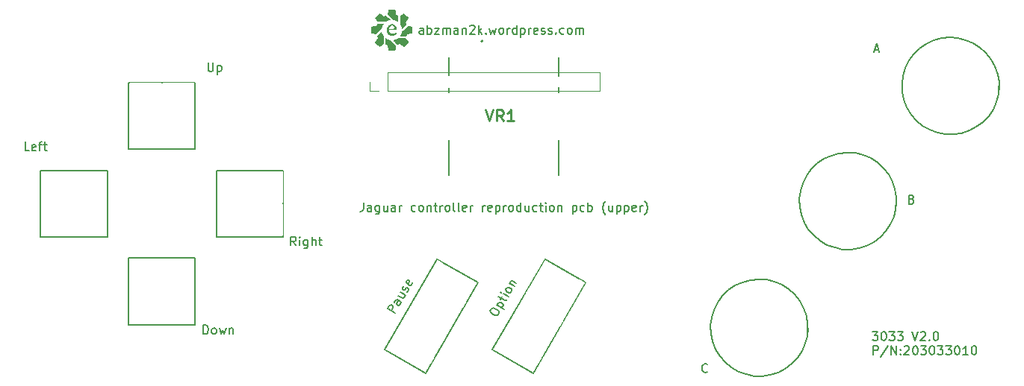
<source format=gto>
%TF.GenerationSoftware,KiCad,Pcbnew,(6.0.0)*%
%TF.CreationDate,2022-03-13T17:58:50-04:00*%
%TF.ProjectId,jaguar controller top pcb,6a616775-6172-4206-936f-6e74726f6c6c,rev?*%
%TF.SameCoordinates,Original*%
%TF.FileFunction,Legend,Top*%
%TF.FilePolarity,Positive*%
%FSLAX46Y46*%
G04 Gerber Fmt 4.6, Leading zero omitted, Abs format (unit mm)*
G04 Created by KiCad (PCBNEW (6.0.0)) date 2022-03-13 17:58:50*
%MOMM*%
%LPD*%
G01*
G04 APERTURE LIST*
G04 Aperture macros list*
%AMRoundRect*
0 Rectangle with rounded corners*
0 $1 Rounding radius*
0 $2 $3 $4 $5 $6 $7 $8 $9 X,Y pos of 4 corners*
0 Add a 4 corners polygon primitive as box body*
4,1,4,$2,$3,$4,$5,$6,$7,$8,$9,$2,$3,0*
0 Add four circle primitives for the rounded corners*
1,1,$1+$1,$2,$3*
1,1,$1+$1,$4,$5*
1,1,$1+$1,$6,$7*
1,1,$1+$1,$8,$9*
0 Add four rect primitives between the rounded corners*
20,1,$1+$1,$2,$3,$4,$5,0*
20,1,$1+$1,$4,$5,$6,$7,0*
20,1,$1+$1,$6,$7,$8,$9,0*
20,1,$1+$1,$8,$9,$2,$3,0*%
%AMRotRect*
0 Rectangle, with rotation*
0 The origin of the aperture is its center*
0 $1 length*
0 $2 width*
0 $3 Rotation angle, in degrees counterclockwise*
0 Add horizontal line*
21,1,$1,$2,0,0,$3*%
G04 Aperture macros list end*
%ADD10C,0.150000*%
%ADD11C,0.254000*%
%ADD12C,0.200000*%
%ADD13C,0.120000*%
%ADD14O,7.082827X0.900000*%
%ADD15RotRect,0.900000X0.900000X209.345165*%
%ADD16RotRect,0.900000X0.900000X190.121977*%
%ADD17O,8.123471X0.900000*%
%ADD18RoundRect,0.225000X0.313578X-0.054024X0.054024X0.313578X-0.313578X0.054024X-0.054024X-0.313578X0*%
%ADD19RotRect,0.900000X0.900000X228.568352*%
%ADD20RotRect,0.900000X0.900000X142.064007*%
%ADD21O,9.063382X0.900000*%
%ADD22RotRect,0.900000X0.900000X151.675601*%
%ADD23O,3.810000X0.900000*%
%ADD24RotRect,0.900000X0.900000X132.452413*%
%ADD25RotRect,0.900000X0.900000X218.956759*%
%ADD26RotRect,0.900000X0.900000X199.733571*%
%ADD27RotRect,0.900000X0.900000X170.898789*%
%ADD28RotRect,0.900000X0.900000X161.287195*%
%ADD29RotRect,0.900000X0.900000X180.510383*%
%ADD30RotRect,0.900000X0.900000X54.774382*%
%ADD31RotRect,0.900000X0.900000X357.104818*%
%ADD32RotRect,0.900000X0.900000X25.939600*%
%ADD33RotRect,0.900000X0.900000X35.551194*%
%ADD34RotRect,0.900000X0.900000X328.270036*%
%ADD35O,4.997485X0.888414*%
%ADD36RotRect,0.900000X0.900000X16.328006*%
%ADD37RotRect,0.900000X0.900000X347.493224*%
%ADD38O,8.438907X0.900000*%
%ADD39RoundRect,0.225000X-0.317581X0.019808X-0.019808X-0.317581X0.317581X-0.019808X0.019808X0.317581X0*%
%ADD40RotRect,0.900000X0.900000X318.658442*%
%ADD41RotRect,0.900000X0.900000X337.881630*%
%ADD42RotRect,0.900000X0.900000X45.162788*%
%ADD43O,8.938889X0.900000*%
%ADD44RotRect,0.900000X0.900000X6.716412*%
%ADD45O,6.457911X0.900000*%
%ADD46C,1.650000*%
%ADD47C,4.800000*%
%ADD48R,3.650000X7.410000*%
%ADD49RotRect,3.970000X0.720000X150.000000*%
%ADD50RotRect,0.720000X11.720000X150.000000*%
%ADD51R,7.410000X3.650000*%
%ADD52R,1.350000X1.350000*%
%ADD53O,1.350000X1.350000*%
G04 APERTURE END LIST*
D10*
X42086619Y-23302980D02*
X42086619Y-24017266D01*
X42039000Y-24160123D01*
X41943761Y-24255361D01*
X41800904Y-24302980D01*
X41705666Y-24302980D01*
X42991380Y-24302980D02*
X42991380Y-23779171D01*
X42943761Y-23683933D01*
X42848523Y-23636314D01*
X42658047Y-23636314D01*
X42562809Y-23683933D01*
X42991380Y-24255361D02*
X42896142Y-24302980D01*
X42658047Y-24302980D01*
X42562809Y-24255361D01*
X42515190Y-24160123D01*
X42515190Y-24064885D01*
X42562809Y-23969647D01*
X42658047Y-23922028D01*
X42896142Y-23922028D01*
X42991380Y-23874409D01*
X43896142Y-23636314D02*
X43896142Y-24445838D01*
X43848523Y-24541076D01*
X43800904Y-24588695D01*
X43705666Y-24636314D01*
X43562809Y-24636314D01*
X43467571Y-24588695D01*
X43896142Y-24255361D02*
X43800904Y-24302980D01*
X43610428Y-24302980D01*
X43515190Y-24255361D01*
X43467571Y-24207742D01*
X43419952Y-24112504D01*
X43419952Y-23826790D01*
X43467571Y-23731552D01*
X43515190Y-23683933D01*
X43610428Y-23636314D01*
X43800904Y-23636314D01*
X43896142Y-23683933D01*
X44800904Y-23636314D02*
X44800904Y-24302980D01*
X44372333Y-23636314D02*
X44372333Y-24160123D01*
X44419952Y-24255361D01*
X44515190Y-24302980D01*
X44658047Y-24302980D01*
X44753285Y-24255361D01*
X44800904Y-24207742D01*
X45705666Y-24302980D02*
X45705666Y-23779171D01*
X45658047Y-23683933D01*
X45562809Y-23636314D01*
X45372333Y-23636314D01*
X45277095Y-23683933D01*
X45705666Y-24255361D02*
X45610428Y-24302980D01*
X45372333Y-24302980D01*
X45277095Y-24255361D01*
X45229476Y-24160123D01*
X45229476Y-24064885D01*
X45277095Y-23969647D01*
X45372333Y-23922028D01*
X45610428Y-23922028D01*
X45705666Y-23874409D01*
X46181857Y-24302980D02*
X46181857Y-23636314D01*
X46181857Y-23826790D02*
X46229476Y-23731552D01*
X46277095Y-23683933D01*
X46372333Y-23636314D01*
X46467571Y-23636314D01*
X47991380Y-24255361D02*
X47896142Y-24302980D01*
X47705666Y-24302980D01*
X47610428Y-24255361D01*
X47562809Y-24207742D01*
X47515190Y-24112504D01*
X47515190Y-23826790D01*
X47562809Y-23731552D01*
X47610428Y-23683933D01*
X47705666Y-23636314D01*
X47896142Y-23636314D01*
X47991380Y-23683933D01*
X48562809Y-24302980D02*
X48467571Y-24255361D01*
X48419952Y-24207742D01*
X48372333Y-24112504D01*
X48372333Y-23826790D01*
X48419952Y-23731552D01*
X48467571Y-23683933D01*
X48562809Y-23636314D01*
X48705666Y-23636314D01*
X48800904Y-23683933D01*
X48848523Y-23731552D01*
X48896142Y-23826790D01*
X48896142Y-24112504D01*
X48848523Y-24207742D01*
X48800904Y-24255361D01*
X48705666Y-24302980D01*
X48562809Y-24302980D01*
X49324714Y-23636314D02*
X49324714Y-24302980D01*
X49324714Y-23731552D02*
X49372333Y-23683933D01*
X49467571Y-23636314D01*
X49610428Y-23636314D01*
X49705666Y-23683933D01*
X49753285Y-23779171D01*
X49753285Y-24302980D01*
X50086619Y-23636314D02*
X50467571Y-23636314D01*
X50229476Y-23302980D02*
X50229476Y-24160123D01*
X50277095Y-24255361D01*
X50372333Y-24302980D01*
X50467571Y-24302980D01*
X50800904Y-24302980D02*
X50800904Y-23636314D01*
X50800904Y-23826790D02*
X50848523Y-23731552D01*
X50896142Y-23683933D01*
X50991380Y-23636314D01*
X51086619Y-23636314D01*
X51562809Y-24302980D02*
X51467571Y-24255361D01*
X51419952Y-24207742D01*
X51372333Y-24112504D01*
X51372333Y-23826790D01*
X51419952Y-23731552D01*
X51467571Y-23683933D01*
X51562809Y-23636314D01*
X51705666Y-23636314D01*
X51800904Y-23683933D01*
X51848523Y-23731552D01*
X51896142Y-23826790D01*
X51896142Y-24112504D01*
X51848523Y-24207742D01*
X51800904Y-24255361D01*
X51705666Y-24302980D01*
X51562809Y-24302980D01*
X52467571Y-24302980D02*
X52372333Y-24255361D01*
X52324714Y-24160123D01*
X52324714Y-23302980D01*
X52991380Y-24302980D02*
X52896142Y-24255361D01*
X52848523Y-24160123D01*
X52848523Y-23302980D01*
X53753285Y-24255361D02*
X53658047Y-24302980D01*
X53467571Y-24302980D01*
X53372333Y-24255361D01*
X53324714Y-24160123D01*
X53324714Y-23779171D01*
X53372333Y-23683933D01*
X53467571Y-23636314D01*
X53658047Y-23636314D01*
X53753285Y-23683933D01*
X53800904Y-23779171D01*
X53800904Y-23874409D01*
X53324714Y-23969647D01*
X54229476Y-24302980D02*
X54229476Y-23636314D01*
X54229476Y-23826790D02*
X54277095Y-23731552D01*
X54324714Y-23683933D01*
X54419952Y-23636314D01*
X54515190Y-23636314D01*
X55610428Y-24302980D02*
X55610428Y-23636314D01*
X55610428Y-23826790D02*
X55658047Y-23731552D01*
X55705666Y-23683933D01*
X55800904Y-23636314D01*
X55896142Y-23636314D01*
X56610428Y-24255361D02*
X56515190Y-24302980D01*
X56324714Y-24302980D01*
X56229476Y-24255361D01*
X56181857Y-24160123D01*
X56181857Y-23779171D01*
X56229476Y-23683933D01*
X56324714Y-23636314D01*
X56515190Y-23636314D01*
X56610428Y-23683933D01*
X56658047Y-23779171D01*
X56658047Y-23874409D01*
X56181857Y-23969647D01*
X57086619Y-23636314D02*
X57086619Y-24636314D01*
X57086619Y-23683933D02*
X57181857Y-23636314D01*
X57372333Y-23636314D01*
X57467571Y-23683933D01*
X57515190Y-23731552D01*
X57562809Y-23826790D01*
X57562809Y-24112504D01*
X57515190Y-24207742D01*
X57467571Y-24255361D01*
X57372333Y-24302980D01*
X57181857Y-24302980D01*
X57086619Y-24255361D01*
X57991380Y-24302980D02*
X57991380Y-23636314D01*
X57991380Y-23826790D02*
X58039000Y-23731552D01*
X58086619Y-23683933D01*
X58181857Y-23636314D01*
X58277095Y-23636314D01*
X58753285Y-24302980D02*
X58658047Y-24255361D01*
X58610428Y-24207742D01*
X58562809Y-24112504D01*
X58562809Y-23826790D01*
X58610428Y-23731552D01*
X58658047Y-23683933D01*
X58753285Y-23636314D01*
X58896142Y-23636314D01*
X58991380Y-23683933D01*
X59039000Y-23731552D01*
X59086619Y-23826790D01*
X59086619Y-24112504D01*
X59039000Y-24207742D01*
X58991380Y-24255361D01*
X58896142Y-24302980D01*
X58753285Y-24302980D01*
X59943761Y-24302980D02*
X59943761Y-23302980D01*
X59943761Y-24255361D02*
X59848523Y-24302980D01*
X59658047Y-24302980D01*
X59562809Y-24255361D01*
X59515190Y-24207742D01*
X59467571Y-24112504D01*
X59467571Y-23826790D01*
X59515190Y-23731552D01*
X59562809Y-23683933D01*
X59658047Y-23636314D01*
X59848523Y-23636314D01*
X59943761Y-23683933D01*
X60848523Y-23636314D02*
X60848523Y-24302980D01*
X60419952Y-23636314D02*
X60419952Y-24160123D01*
X60467571Y-24255361D01*
X60562809Y-24302980D01*
X60705666Y-24302980D01*
X60800904Y-24255361D01*
X60848523Y-24207742D01*
X61753285Y-24255361D02*
X61658047Y-24302980D01*
X61467571Y-24302980D01*
X61372333Y-24255361D01*
X61324714Y-24207742D01*
X61277095Y-24112504D01*
X61277095Y-23826790D01*
X61324714Y-23731552D01*
X61372333Y-23683933D01*
X61467571Y-23636314D01*
X61658047Y-23636314D01*
X61753285Y-23683933D01*
X62039000Y-23636314D02*
X62419952Y-23636314D01*
X62181857Y-23302980D02*
X62181857Y-24160123D01*
X62229476Y-24255361D01*
X62324714Y-24302980D01*
X62419952Y-24302980D01*
X62753285Y-24302980D02*
X62753285Y-23636314D01*
X62753285Y-23302980D02*
X62705666Y-23350600D01*
X62753285Y-23398219D01*
X62800904Y-23350600D01*
X62753285Y-23302980D01*
X62753285Y-23398219D01*
X63372333Y-24302980D02*
X63277095Y-24255361D01*
X63229476Y-24207742D01*
X63181857Y-24112504D01*
X63181857Y-23826790D01*
X63229476Y-23731552D01*
X63277095Y-23683933D01*
X63372333Y-23636314D01*
X63515190Y-23636314D01*
X63610428Y-23683933D01*
X63658047Y-23731552D01*
X63705666Y-23826790D01*
X63705666Y-24112504D01*
X63658047Y-24207742D01*
X63610428Y-24255361D01*
X63515190Y-24302980D01*
X63372333Y-24302980D01*
X64134238Y-23636314D02*
X64134238Y-24302980D01*
X64134238Y-23731552D02*
X64181857Y-23683933D01*
X64277095Y-23636314D01*
X64419952Y-23636314D01*
X64515190Y-23683933D01*
X64562809Y-23779171D01*
X64562809Y-24302980D01*
X65800904Y-23636314D02*
X65800904Y-24636314D01*
X65800904Y-23683933D02*
X65896142Y-23636314D01*
X66086619Y-23636314D01*
X66181857Y-23683933D01*
X66229476Y-23731552D01*
X66277095Y-23826790D01*
X66277095Y-24112504D01*
X66229476Y-24207742D01*
X66181857Y-24255361D01*
X66086619Y-24302980D01*
X65896142Y-24302980D01*
X65800904Y-24255361D01*
X67134238Y-24255361D02*
X67038999Y-24302980D01*
X66848523Y-24302980D01*
X66753285Y-24255361D01*
X66705666Y-24207742D01*
X66658047Y-24112504D01*
X66658047Y-23826790D01*
X66705666Y-23731552D01*
X66753285Y-23683933D01*
X66848523Y-23636314D01*
X67038999Y-23636314D01*
X67134238Y-23683933D01*
X67562809Y-24302980D02*
X67562809Y-23302980D01*
X67562809Y-23683933D02*
X67658047Y-23636314D01*
X67848523Y-23636314D01*
X67943761Y-23683933D01*
X67991380Y-23731552D01*
X68038999Y-23826790D01*
X68038999Y-24112504D01*
X67991380Y-24207742D01*
X67943761Y-24255361D01*
X67848523Y-24302980D01*
X67658047Y-24302980D01*
X67562809Y-24255361D01*
X69515190Y-24683933D02*
X69467571Y-24636314D01*
X69372333Y-24493457D01*
X69324714Y-24398219D01*
X69277095Y-24255361D01*
X69229476Y-24017266D01*
X69229476Y-23826790D01*
X69277095Y-23588695D01*
X69324714Y-23445838D01*
X69372333Y-23350600D01*
X69467571Y-23207742D01*
X69515190Y-23160123D01*
X70324714Y-23636314D02*
X70324714Y-24302980D01*
X69896142Y-23636314D02*
X69896142Y-24160123D01*
X69943761Y-24255361D01*
X70038999Y-24302980D01*
X70181857Y-24302980D01*
X70277095Y-24255361D01*
X70324714Y-24207742D01*
X70800904Y-23636314D02*
X70800904Y-24636314D01*
X70800904Y-23683933D02*
X70896142Y-23636314D01*
X71086619Y-23636314D01*
X71181857Y-23683933D01*
X71229476Y-23731552D01*
X71277095Y-23826790D01*
X71277095Y-24112504D01*
X71229476Y-24207742D01*
X71181857Y-24255361D01*
X71086619Y-24302980D01*
X70896142Y-24302980D01*
X70800904Y-24255361D01*
X71705666Y-23636314D02*
X71705666Y-24636314D01*
X71705666Y-23683933D02*
X71800904Y-23636314D01*
X71991380Y-23636314D01*
X72086619Y-23683933D01*
X72134238Y-23731552D01*
X72181857Y-23826790D01*
X72181857Y-24112504D01*
X72134238Y-24207742D01*
X72086619Y-24255361D01*
X71991380Y-24302980D01*
X71800904Y-24302980D01*
X71705666Y-24255361D01*
X72991380Y-24255361D02*
X72896142Y-24302980D01*
X72705666Y-24302980D01*
X72610428Y-24255361D01*
X72562809Y-24160123D01*
X72562809Y-23779171D01*
X72610428Y-23683933D01*
X72705666Y-23636314D01*
X72896142Y-23636314D01*
X72991380Y-23683933D01*
X73038999Y-23779171D01*
X73038999Y-23874409D01*
X72562809Y-23969647D01*
X73467571Y-24302980D02*
X73467571Y-23636314D01*
X73467571Y-23826790D02*
X73515190Y-23731552D01*
X73562809Y-23683933D01*
X73658047Y-23636314D01*
X73753285Y-23636314D01*
X73991380Y-24683933D02*
X74038999Y-24636314D01*
X74134238Y-24493457D01*
X74181857Y-24398219D01*
X74229476Y-24255361D01*
X74277095Y-24017266D01*
X74277095Y-23826790D01*
X74229476Y-23588695D01*
X74181857Y-23445838D01*
X74134238Y-23350600D01*
X74038999Y-23207742D01*
X73991380Y-23160123D01*
X99782957Y-37991980D02*
X100402004Y-37991980D01*
X100068671Y-38372933D01*
X100211528Y-38372933D01*
X100306766Y-38420552D01*
X100354385Y-38468171D01*
X100402004Y-38563409D01*
X100402004Y-38801504D01*
X100354385Y-38896742D01*
X100306766Y-38944361D01*
X100211528Y-38991980D01*
X99925814Y-38991980D01*
X99830576Y-38944361D01*
X99782957Y-38896742D01*
X101021052Y-37991980D02*
X101116290Y-37991980D01*
X101211528Y-38039600D01*
X101259147Y-38087219D01*
X101306766Y-38182457D01*
X101354385Y-38372933D01*
X101354385Y-38611028D01*
X101306766Y-38801504D01*
X101259147Y-38896742D01*
X101211528Y-38944361D01*
X101116290Y-38991980D01*
X101021052Y-38991980D01*
X100925814Y-38944361D01*
X100878195Y-38896742D01*
X100830576Y-38801504D01*
X100782957Y-38611028D01*
X100782957Y-38372933D01*
X100830576Y-38182457D01*
X100878195Y-38087219D01*
X100925814Y-38039600D01*
X101021052Y-37991980D01*
X101687719Y-37991980D02*
X102306766Y-37991980D01*
X101973433Y-38372933D01*
X102116290Y-38372933D01*
X102211528Y-38420552D01*
X102259147Y-38468171D01*
X102306766Y-38563409D01*
X102306766Y-38801504D01*
X102259147Y-38896742D01*
X102211528Y-38944361D01*
X102116290Y-38991980D01*
X101830576Y-38991980D01*
X101735338Y-38944361D01*
X101687719Y-38896742D01*
X102640100Y-37991980D02*
X103259147Y-37991980D01*
X102925814Y-38372933D01*
X103068671Y-38372933D01*
X103163909Y-38420552D01*
X103211528Y-38468171D01*
X103259147Y-38563409D01*
X103259147Y-38801504D01*
X103211528Y-38896742D01*
X103163909Y-38944361D01*
X103068671Y-38991980D01*
X102782957Y-38991980D01*
X102687719Y-38944361D01*
X102640100Y-38896742D01*
X104306766Y-37991980D02*
X104640100Y-38991980D01*
X104973433Y-37991980D01*
X105259147Y-38087219D02*
X105306766Y-38039600D01*
X105402004Y-37991980D01*
X105640100Y-37991980D01*
X105735338Y-38039600D01*
X105782957Y-38087219D01*
X105830576Y-38182457D01*
X105830576Y-38277695D01*
X105782957Y-38420552D01*
X105211528Y-38991980D01*
X105830576Y-38991980D01*
X106259147Y-38896742D02*
X106306766Y-38944361D01*
X106259147Y-38991980D01*
X106211528Y-38944361D01*
X106259147Y-38896742D01*
X106259147Y-38991980D01*
X106925814Y-37991980D02*
X107021052Y-37991980D01*
X107116290Y-38039600D01*
X107163909Y-38087219D01*
X107211528Y-38182457D01*
X107259147Y-38372933D01*
X107259147Y-38611028D01*
X107211528Y-38801504D01*
X107163909Y-38896742D01*
X107116290Y-38944361D01*
X107021052Y-38991980D01*
X106925814Y-38991980D01*
X106830576Y-38944361D01*
X106782957Y-38896742D01*
X106735338Y-38801504D01*
X106687719Y-38611028D01*
X106687719Y-38372933D01*
X106735338Y-38182457D01*
X106782957Y-38087219D01*
X106830576Y-38039600D01*
X106925814Y-37991980D01*
X99878195Y-40601980D02*
X99878195Y-39601980D01*
X100259147Y-39601980D01*
X100354385Y-39649600D01*
X100402004Y-39697219D01*
X100449623Y-39792457D01*
X100449623Y-39935314D01*
X100402004Y-40030552D01*
X100354385Y-40078171D01*
X100259147Y-40125790D01*
X99878195Y-40125790D01*
X101592480Y-39554361D02*
X100735338Y-40840076D01*
X101925814Y-40601980D02*
X101925814Y-39601980D01*
X102497242Y-40601980D01*
X102497242Y-39601980D01*
X102973433Y-40506742D02*
X103021052Y-40554361D01*
X102973433Y-40601980D01*
X102925814Y-40554361D01*
X102973433Y-40506742D01*
X102973433Y-40601980D01*
X102973433Y-39982933D02*
X103021052Y-40030552D01*
X102973433Y-40078171D01*
X102925814Y-40030552D01*
X102973433Y-39982933D01*
X102973433Y-40078171D01*
X103402004Y-39697219D02*
X103449623Y-39649600D01*
X103544861Y-39601980D01*
X103782957Y-39601980D01*
X103878195Y-39649600D01*
X103925814Y-39697219D01*
X103973433Y-39792457D01*
X103973433Y-39887695D01*
X103925814Y-40030552D01*
X103354385Y-40601980D01*
X103973433Y-40601980D01*
X104592480Y-39601980D02*
X104687719Y-39601980D01*
X104782957Y-39649600D01*
X104830576Y-39697219D01*
X104878195Y-39792457D01*
X104925814Y-39982933D01*
X104925814Y-40221028D01*
X104878195Y-40411504D01*
X104830576Y-40506742D01*
X104782957Y-40554361D01*
X104687719Y-40601980D01*
X104592480Y-40601980D01*
X104497242Y-40554361D01*
X104449623Y-40506742D01*
X104402004Y-40411504D01*
X104354385Y-40221028D01*
X104354385Y-39982933D01*
X104402004Y-39792457D01*
X104449623Y-39697219D01*
X104497242Y-39649600D01*
X104592480Y-39601980D01*
X105259147Y-39601980D02*
X105878195Y-39601980D01*
X105544861Y-39982933D01*
X105687719Y-39982933D01*
X105782957Y-40030552D01*
X105830576Y-40078171D01*
X105878195Y-40173409D01*
X105878195Y-40411504D01*
X105830576Y-40506742D01*
X105782957Y-40554361D01*
X105687719Y-40601980D01*
X105402004Y-40601980D01*
X105306766Y-40554361D01*
X105259147Y-40506742D01*
X106497242Y-39601980D02*
X106592480Y-39601980D01*
X106687719Y-39649600D01*
X106735338Y-39697219D01*
X106782957Y-39792457D01*
X106830576Y-39982933D01*
X106830576Y-40221028D01*
X106782957Y-40411504D01*
X106735338Y-40506742D01*
X106687719Y-40554361D01*
X106592480Y-40601980D01*
X106497242Y-40601980D01*
X106402004Y-40554361D01*
X106354385Y-40506742D01*
X106306766Y-40411504D01*
X106259147Y-40221028D01*
X106259147Y-39982933D01*
X106306766Y-39792457D01*
X106354385Y-39697219D01*
X106402004Y-39649600D01*
X106497242Y-39601980D01*
X107163909Y-39601980D02*
X107782957Y-39601980D01*
X107449623Y-39982933D01*
X107592480Y-39982933D01*
X107687719Y-40030552D01*
X107735338Y-40078171D01*
X107782957Y-40173409D01*
X107782957Y-40411504D01*
X107735338Y-40506742D01*
X107687719Y-40554361D01*
X107592480Y-40601980D01*
X107306766Y-40601980D01*
X107211528Y-40554361D01*
X107163909Y-40506742D01*
X108116290Y-39601980D02*
X108735338Y-39601980D01*
X108402004Y-39982933D01*
X108544861Y-39982933D01*
X108640100Y-40030552D01*
X108687719Y-40078171D01*
X108735338Y-40173409D01*
X108735338Y-40411504D01*
X108687719Y-40506742D01*
X108640100Y-40554361D01*
X108544861Y-40601980D01*
X108259147Y-40601980D01*
X108163909Y-40554361D01*
X108116290Y-40506742D01*
X109354385Y-39601980D02*
X109449623Y-39601980D01*
X109544861Y-39649600D01*
X109592480Y-39697219D01*
X109640100Y-39792457D01*
X109687719Y-39982933D01*
X109687719Y-40221028D01*
X109640100Y-40411504D01*
X109592480Y-40506742D01*
X109544861Y-40554361D01*
X109449623Y-40601980D01*
X109354385Y-40601980D01*
X109259147Y-40554361D01*
X109211528Y-40506742D01*
X109163909Y-40411504D01*
X109116290Y-40221028D01*
X109116290Y-39982933D01*
X109163909Y-39792457D01*
X109211528Y-39697219D01*
X109259147Y-39649600D01*
X109354385Y-39601980D01*
X110640100Y-40601980D02*
X110068671Y-40601980D01*
X110354385Y-40601980D02*
X110354385Y-39601980D01*
X110259147Y-39744838D01*
X110163909Y-39840076D01*
X110068671Y-39887695D01*
X111259147Y-39601980D02*
X111354385Y-39601980D01*
X111449623Y-39649600D01*
X111497242Y-39697219D01*
X111544861Y-39792457D01*
X111592480Y-39982933D01*
X111592480Y-40221028D01*
X111544861Y-40411504D01*
X111497242Y-40506742D01*
X111449623Y-40554361D01*
X111354385Y-40601980D01*
X111259147Y-40601980D01*
X111163909Y-40554361D01*
X111116290Y-40506742D01*
X111068671Y-40411504D01*
X111021052Y-40221028D01*
X111021052Y-39982933D01*
X111068671Y-39792457D01*
X111116290Y-39697219D01*
X111163909Y-39649600D01*
X111259147Y-39601980D01*
X48877057Y-4160780D02*
X48877057Y-3636971D01*
X48829438Y-3541733D01*
X48734200Y-3494114D01*
X48543723Y-3494114D01*
X48448485Y-3541733D01*
X48877057Y-4113161D02*
X48781819Y-4160780D01*
X48543723Y-4160780D01*
X48448485Y-4113161D01*
X48400866Y-4017923D01*
X48400866Y-3922685D01*
X48448485Y-3827447D01*
X48543723Y-3779828D01*
X48781819Y-3779828D01*
X48877057Y-3732209D01*
X49353247Y-4160780D02*
X49353247Y-3160780D01*
X49353247Y-3541733D02*
X49448485Y-3494114D01*
X49638961Y-3494114D01*
X49734200Y-3541733D01*
X49781819Y-3589352D01*
X49829438Y-3684590D01*
X49829438Y-3970304D01*
X49781819Y-4065542D01*
X49734200Y-4113161D01*
X49638961Y-4160780D01*
X49448485Y-4160780D01*
X49353247Y-4113161D01*
X50162771Y-3494114D02*
X50686580Y-3494114D01*
X50162771Y-4160780D01*
X50686580Y-4160780D01*
X51067533Y-4160780D02*
X51067533Y-3494114D01*
X51067533Y-3589352D02*
X51115152Y-3541733D01*
X51210390Y-3494114D01*
X51353247Y-3494114D01*
X51448485Y-3541733D01*
X51496104Y-3636971D01*
X51496104Y-4160780D01*
X51496104Y-3636971D02*
X51543723Y-3541733D01*
X51638961Y-3494114D01*
X51781819Y-3494114D01*
X51877057Y-3541733D01*
X51924676Y-3636971D01*
X51924676Y-4160780D01*
X52829438Y-4160780D02*
X52829438Y-3636971D01*
X52781819Y-3541733D01*
X52686580Y-3494114D01*
X52496104Y-3494114D01*
X52400866Y-3541733D01*
X52829438Y-4113161D02*
X52734200Y-4160780D01*
X52496104Y-4160780D01*
X52400866Y-4113161D01*
X52353247Y-4017923D01*
X52353247Y-3922685D01*
X52400866Y-3827447D01*
X52496104Y-3779828D01*
X52734200Y-3779828D01*
X52829438Y-3732209D01*
X53305628Y-3494114D02*
X53305628Y-4160780D01*
X53305628Y-3589352D02*
X53353247Y-3541733D01*
X53448485Y-3494114D01*
X53591342Y-3494114D01*
X53686580Y-3541733D01*
X53734200Y-3636971D01*
X53734200Y-4160780D01*
X54162771Y-3256019D02*
X54210390Y-3208400D01*
X54305628Y-3160780D01*
X54543723Y-3160780D01*
X54638961Y-3208400D01*
X54686580Y-3256019D01*
X54734200Y-3351257D01*
X54734200Y-3446495D01*
X54686580Y-3589352D01*
X54115152Y-4160780D01*
X54734200Y-4160780D01*
X55162771Y-4160780D02*
X55162771Y-3160780D01*
X55258009Y-3779828D02*
X55543723Y-4160780D01*
X55543723Y-3494114D02*
X55162771Y-3875066D01*
X55972295Y-4065542D02*
X56019914Y-4113161D01*
X55972295Y-4160780D01*
X55924676Y-4113161D01*
X55972295Y-4065542D01*
X55972295Y-4160780D01*
X56353247Y-3494114D02*
X56543723Y-4160780D01*
X56734200Y-3684590D01*
X56924676Y-4160780D01*
X57115152Y-3494114D01*
X57638961Y-4160780D02*
X57543723Y-4113161D01*
X57496104Y-4065542D01*
X57448485Y-3970304D01*
X57448485Y-3684590D01*
X57496104Y-3589352D01*
X57543723Y-3541733D01*
X57638961Y-3494114D01*
X57781819Y-3494114D01*
X57877057Y-3541733D01*
X57924676Y-3589352D01*
X57972295Y-3684590D01*
X57972295Y-3970304D01*
X57924676Y-4065542D01*
X57877057Y-4113161D01*
X57781819Y-4160780D01*
X57638961Y-4160780D01*
X58400866Y-4160780D02*
X58400866Y-3494114D01*
X58400866Y-3684590D02*
X58448485Y-3589352D01*
X58496104Y-3541733D01*
X58591342Y-3494114D01*
X58686580Y-3494114D01*
X59448485Y-4160780D02*
X59448485Y-3160780D01*
X59448485Y-4113161D02*
X59353247Y-4160780D01*
X59162771Y-4160780D01*
X59067533Y-4113161D01*
X59019914Y-4065542D01*
X58972295Y-3970304D01*
X58972295Y-3684590D01*
X59019914Y-3589352D01*
X59067533Y-3541733D01*
X59162771Y-3494114D01*
X59353247Y-3494114D01*
X59448485Y-3541733D01*
X59924676Y-3494114D02*
X59924676Y-4494114D01*
X59924676Y-3541733D02*
X60019914Y-3494114D01*
X60210390Y-3494114D01*
X60305628Y-3541733D01*
X60353247Y-3589352D01*
X60400866Y-3684590D01*
X60400866Y-3970304D01*
X60353247Y-4065542D01*
X60305628Y-4113161D01*
X60210390Y-4160780D01*
X60019914Y-4160780D01*
X59924676Y-4113161D01*
X60829438Y-4160780D02*
X60829438Y-3494114D01*
X60829438Y-3684590D02*
X60877057Y-3589352D01*
X60924676Y-3541733D01*
X61019914Y-3494114D01*
X61115152Y-3494114D01*
X61829438Y-4113161D02*
X61734200Y-4160780D01*
X61543723Y-4160780D01*
X61448485Y-4113161D01*
X61400866Y-4017923D01*
X61400866Y-3636971D01*
X61448485Y-3541733D01*
X61543723Y-3494114D01*
X61734200Y-3494114D01*
X61829438Y-3541733D01*
X61877057Y-3636971D01*
X61877057Y-3732209D01*
X61400866Y-3827447D01*
X62258009Y-4113161D02*
X62353247Y-4160780D01*
X62543723Y-4160780D01*
X62638961Y-4113161D01*
X62686580Y-4017923D01*
X62686580Y-3970304D01*
X62638961Y-3875066D01*
X62543723Y-3827447D01*
X62400866Y-3827447D01*
X62305628Y-3779828D01*
X62258009Y-3684590D01*
X62258009Y-3636971D01*
X62305628Y-3541733D01*
X62400866Y-3494114D01*
X62543723Y-3494114D01*
X62638961Y-3541733D01*
X63067533Y-4113161D02*
X63162771Y-4160780D01*
X63353247Y-4160780D01*
X63448485Y-4113161D01*
X63496104Y-4017923D01*
X63496104Y-3970304D01*
X63448485Y-3875066D01*
X63353247Y-3827447D01*
X63210390Y-3827447D01*
X63115152Y-3779828D01*
X63067533Y-3684590D01*
X63067533Y-3636971D01*
X63115152Y-3541733D01*
X63210390Y-3494114D01*
X63353247Y-3494114D01*
X63448485Y-3541733D01*
X63924676Y-4065542D02*
X63972295Y-4113161D01*
X63924676Y-4160780D01*
X63877057Y-4113161D01*
X63924676Y-4065542D01*
X63924676Y-4160780D01*
X64829438Y-4113161D02*
X64734200Y-4160780D01*
X64543723Y-4160780D01*
X64448485Y-4113161D01*
X64400866Y-4065542D01*
X64353247Y-3970304D01*
X64353247Y-3684590D01*
X64400866Y-3589352D01*
X64448485Y-3541733D01*
X64543723Y-3494114D01*
X64734200Y-3494114D01*
X64829438Y-3541733D01*
X65400866Y-4160780D02*
X65305628Y-4113161D01*
X65258009Y-4065542D01*
X65210390Y-3970304D01*
X65210390Y-3684590D01*
X65258009Y-3589352D01*
X65305628Y-3541733D01*
X65400866Y-3494114D01*
X65543723Y-3494114D01*
X65638961Y-3541733D01*
X65686580Y-3589352D01*
X65734200Y-3684590D01*
X65734200Y-3970304D01*
X65686580Y-4065542D01*
X65638961Y-4113161D01*
X65543723Y-4160780D01*
X65400866Y-4160780D01*
X66162771Y-4160780D02*
X66162771Y-3494114D01*
X66162771Y-3589352D02*
X66210390Y-3541733D01*
X66305628Y-3494114D01*
X66448485Y-3494114D01*
X66543723Y-3541733D01*
X66591342Y-3636971D01*
X66591342Y-4160780D01*
X66591342Y-3636971D02*
X66638961Y-3541733D01*
X66734200Y-3494114D01*
X66877057Y-3494114D01*
X66972295Y-3541733D01*
X67019914Y-3636971D01*
X67019914Y-4160780D01*
%TO.C,SW7*%
X81081523Y-42521142D02*
X81033904Y-42568761D01*
X80891047Y-42616380D01*
X80795809Y-42616380D01*
X80652952Y-42568761D01*
X80557714Y-42473523D01*
X80510095Y-42378285D01*
X80462476Y-42187809D01*
X80462476Y-42044952D01*
X80510095Y-41854476D01*
X80557714Y-41759238D01*
X80652952Y-41664000D01*
X80795809Y-41616380D01*
X80891047Y-41616380D01*
X81033904Y-41664000D01*
X81081523Y-41711619D01*
D11*
%TO.C,VR1*%
X55943104Y-12783923D02*
X56366438Y-14053923D01*
X56789771Y-12783923D01*
X57938819Y-14053923D02*
X57515485Y-13449161D01*
X57213104Y-14053923D02*
X57213104Y-12783923D01*
X57696914Y-12783923D01*
X57817866Y-12844400D01*
X57878342Y-12904876D01*
X57938819Y-13025828D01*
X57938819Y-13207257D01*
X57878342Y-13328209D01*
X57817866Y-13388685D01*
X57696914Y-13449161D01*
X57213104Y-13449161D01*
X59148342Y-14053923D02*
X58422628Y-14053923D01*
X58785485Y-14053923D02*
X58785485Y-12783923D01*
X58664533Y-12965352D01*
X58543580Y-13086304D01*
X58422628Y-13146780D01*
D10*
%TO.C,SW3*%
X23938123Y-38247580D02*
X23938123Y-37247580D01*
X24176219Y-37247580D01*
X24319076Y-37295200D01*
X24414314Y-37390438D01*
X24461933Y-37485676D01*
X24509552Y-37676152D01*
X24509552Y-37819009D01*
X24461933Y-38009485D01*
X24414314Y-38104723D01*
X24319076Y-38199961D01*
X24176219Y-38247580D01*
X23938123Y-38247580D01*
X25080980Y-38247580D02*
X24985742Y-38199961D01*
X24938123Y-38152342D01*
X24890504Y-38057104D01*
X24890504Y-37771390D01*
X24938123Y-37676152D01*
X24985742Y-37628533D01*
X25080980Y-37580914D01*
X25223838Y-37580914D01*
X25319076Y-37628533D01*
X25366695Y-37676152D01*
X25414314Y-37771390D01*
X25414314Y-38057104D01*
X25366695Y-38152342D01*
X25319076Y-38199961D01*
X25223838Y-38247580D01*
X25080980Y-38247580D01*
X25747647Y-37580914D02*
X25938123Y-38247580D01*
X26128600Y-37771390D01*
X26319076Y-38247580D01*
X26509552Y-37580914D01*
X26890504Y-37580914D02*
X26890504Y-38247580D01*
X26890504Y-37676152D02*
X26938123Y-37628533D01*
X27033361Y-37580914D01*
X27176219Y-37580914D01*
X27271457Y-37628533D01*
X27319076Y-37723771D01*
X27319076Y-38247580D01*
%TO.C,SW5*%
X45670572Y-35867241D02*
X44804546Y-35367241D01*
X44995023Y-35037326D01*
X45083881Y-34978657D01*
X45148930Y-34961227D01*
X45255218Y-34967607D01*
X45378936Y-35039036D01*
X45437605Y-35127894D01*
X45455035Y-35192943D01*
X45448655Y-35299231D01*
X45258179Y-35629146D01*
X46384858Y-34630062D02*
X45931225Y-34368157D01*
X45824937Y-34361777D01*
X45736079Y-34420446D01*
X45640841Y-34585403D01*
X45634461Y-34691692D01*
X46343618Y-34606252D02*
X46337239Y-34712540D01*
X46218191Y-34918737D01*
X46129333Y-34977406D01*
X46023044Y-34971026D01*
X45940566Y-34923407D01*
X45881897Y-34834549D01*
X45888277Y-34728261D01*
X46007324Y-34522064D01*
X46013704Y-34415776D01*
X46259888Y-33513182D02*
X46837239Y-33846515D01*
X46045603Y-33884335D02*
X46499235Y-34146240D01*
X46605523Y-34152620D01*
X46694381Y-34093951D01*
X46765810Y-33970233D01*
X46772190Y-33863945D01*
X46754760Y-33798896D01*
X47010285Y-33451552D02*
X47099143Y-33392882D01*
X47194381Y-33227925D01*
X47200761Y-33121637D01*
X47142092Y-33032779D01*
X47100853Y-33008969D01*
X46994565Y-33002590D01*
X46905706Y-33061259D01*
X46834278Y-33184977D01*
X46745419Y-33243646D01*
X46639131Y-33237266D01*
X46597892Y-33213456D01*
X46539223Y-33124598D01*
X46545603Y-33018310D01*
X46617031Y-32894592D01*
X46705890Y-32835923D01*
X47629333Y-32379330D02*
X47622953Y-32485618D01*
X47527715Y-32650575D01*
X47438856Y-32709244D01*
X47332568Y-32702864D01*
X47002654Y-32512388D01*
X46943985Y-32423530D01*
X46950364Y-32317242D01*
X47045603Y-32152284D01*
X47134461Y-32093615D01*
X47240749Y-32099995D01*
X47323228Y-32147614D01*
X47167611Y-32607626D01*
%TO.C,SW9*%
X100015704Y-5957866D02*
X100491895Y-5957866D01*
X99920466Y-6243580D02*
X100253800Y-5243580D01*
X100587133Y-6243580D01*
%TO.C,SW6*%
X56483652Y-35539421D02*
X56578890Y-35374464D01*
X56667749Y-35315795D01*
X56797846Y-35280935D01*
X56986613Y-35334934D01*
X57275288Y-35501601D01*
X57416436Y-35638078D01*
X57451295Y-35768176D01*
X57444916Y-35874464D01*
X57349678Y-36039421D01*
X57260819Y-36098090D01*
X57130722Y-36132950D01*
X56941955Y-36078951D01*
X56653280Y-35912284D01*
X56512132Y-35775807D01*
X56477273Y-35645709D01*
X56483652Y-35539421D01*
X57200899Y-34963780D02*
X58066924Y-35463780D01*
X57242138Y-34987590D02*
X57248518Y-34881302D01*
X57343756Y-34716344D01*
X57432614Y-34657675D01*
X57497663Y-34640246D01*
X57603951Y-34646625D01*
X57851387Y-34789482D01*
X57910056Y-34878341D01*
X57927486Y-34943390D01*
X57921106Y-35049678D01*
X57825868Y-35214635D01*
X57737010Y-35273304D01*
X57581851Y-34303951D02*
X57772327Y-33974037D01*
X57364605Y-34013567D02*
X58106912Y-34442138D01*
X58213200Y-34448518D01*
X58302059Y-34389849D01*
X58349678Y-34307370D01*
X58516344Y-34018695D02*
X57938994Y-33685362D01*
X57650319Y-33518695D02*
X57667749Y-33583744D01*
X57732798Y-33566314D01*
X57715368Y-33501265D01*
X57650319Y-33518695D01*
X57732798Y-33566314D01*
X58825868Y-33482584D02*
X58737010Y-33541253D01*
X58671961Y-33558683D01*
X58565673Y-33552303D01*
X58318237Y-33409446D01*
X58259568Y-33320588D01*
X58242138Y-33255539D01*
X58248518Y-33149251D01*
X58319946Y-33025533D01*
X58408805Y-32966864D01*
X58473854Y-32949434D01*
X58580142Y-32955814D01*
X58827578Y-33098671D01*
X58886247Y-33187529D01*
X58903676Y-33252578D01*
X58897297Y-33358866D01*
X58825868Y-33482584D01*
X58629470Y-32489422D02*
X59206821Y-32822755D01*
X58711949Y-32537041D02*
X58694519Y-32471992D01*
X58700899Y-32365704D01*
X58772327Y-32241986D01*
X58861186Y-32183317D01*
X58967474Y-32189697D01*
X59421106Y-32451602D01*
%TO.C,SW1*%
X4211723Y-17419580D02*
X3735533Y-17419580D01*
X3735533Y-16419580D01*
X4926009Y-17371961D02*
X4830771Y-17419580D01*
X4640295Y-17419580D01*
X4545057Y-17371961D01*
X4497438Y-17276723D01*
X4497438Y-16895771D01*
X4545057Y-16800533D01*
X4640295Y-16752914D01*
X4830771Y-16752914D01*
X4926009Y-16800533D01*
X4973628Y-16895771D01*
X4973628Y-16991009D01*
X4497438Y-17086247D01*
X5259342Y-16752914D02*
X5640295Y-16752914D01*
X5402200Y-17419580D02*
X5402200Y-16562438D01*
X5449819Y-16467200D01*
X5545057Y-16419580D01*
X5640295Y-16419580D01*
X5830771Y-16752914D02*
X6211723Y-16752914D01*
X5973628Y-16419580D02*
X5973628Y-17276723D01*
X6021247Y-17371961D01*
X6116485Y-17419580D01*
X6211723Y-17419580D01*
%TO.C,SW2*%
X24484104Y-7402580D02*
X24484104Y-8212104D01*
X24531723Y-8307342D01*
X24579342Y-8354961D01*
X24674580Y-8402580D01*
X24865057Y-8402580D01*
X24960295Y-8354961D01*
X25007914Y-8307342D01*
X25055533Y-8212104D01*
X25055533Y-7402580D01*
X25531723Y-7735914D02*
X25531723Y-8735914D01*
X25531723Y-7783533D02*
X25626961Y-7735914D01*
X25817438Y-7735914D01*
X25912676Y-7783533D01*
X25960295Y-7831152D01*
X26007914Y-7926390D01*
X26007914Y-8212104D01*
X25960295Y-8307342D01*
X25912676Y-8354961D01*
X25817438Y-8402580D01*
X25626961Y-8402580D01*
X25531723Y-8354961D01*
%TO.C,SW4*%
X34440952Y-28189180D02*
X34107619Y-27712990D01*
X33869523Y-28189180D02*
X33869523Y-27189180D01*
X34250476Y-27189180D01*
X34345714Y-27236800D01*
X34393333Y-27284419D01*
X34440952Y-27379657D01*
X34440952Y-27522514D01*
X34393333Y-27617752D01*
X34345714Y-27665371D01*
X34250476Y-27712990D01*
X33869523Y-27712990D01*
X34869523Y-28189180D02*
X34869523Y-27522514D01*
X34869523Y-27189180D02*
X34821904Y-27236800D01*
X34869523Y-27284419D01*
X34917142Y-27236800D01*
X34869523Y-27189180D01*
X34869523Y-27284419D01*
X35774285Y-27522514D02*
X35774285Y-28332038D01*
X35726666Y-28427276D01*
X35679047Y-28474895D01*
X35583809Y-28522514D01*
X35440952Y-28522514D01*
X35345714Y-28474895D01*
X35774285Y-28141561D02*
X35679047Y-28189180D01*
X35488571Y-28189180D01*
X35393333Y-28141561D01*
X35345714Y-28093942D01*
X35298095Y-27998704D01*
X35298095Y-27712990D01*
X35345714Y-27617752D01*
X35393333Y-27570133D01*
X35488571Y-27522514D01*
X35679047Y-27522514D01*
X35774285Y-27570133D01*
X36250476Y-28189180D02*
X36250476Y-27189180D01*
X36679047Y-28189180D02*
X36679047Y-27665371D01*
X36631428Y-27570133D01*
X36536190Y-27522514D01*
X36393333Y-27522514D01*
X36298095Y-27570133D01*
X36250476Y-27617752D01*
X37012380Y-27522514D02*
X37393333Y-27522514D01*
X37155238Y-27189180D02*
X37155238Y-28046323D01*
X37202857Y-28141561D01*
X37298095Y-28189180D01*
X37393333Y-28189180D01*
%TO.C,SW8*%
X104236828Y-22940971D02*
X104379685Y-22988590D01*
X104427304Y-23036209D01*
X104474923Y-23131447D01*
X104474923Y-23274304D01*
X104427304Y-23369542D01*
X104379685Y-23417161D01*
X104284447Y-23464780D01*
X103903495Y-23464780D01*
X103903495Y-22464780D01*
X104236828Y-22464780D01*
X104332066Y-22512400D01*
X104379685Y-22560019D01*
X104427304Y-22655257D01*
X104427304Y-22750495D01*
X104379685Y-22845733D01*
X104332066Y-22893352D01*
X104236828Y-22940971D01*
X103903495Y-22940971D01*
%TO.C,SW7*%
X87797649Y-32078985D02*
X88696037Y-32295366D01*
X87296265Y-43034738D02*
X86372429Y-43013610D01*
X90322739Y-33158821D02*
X91005382Y-33781653D01*
X81840957Y-35478022D02*
X82255432Y-34652109D01*
X85956205Y-32107121D02*
X86875745Y-32015644D01*
X88210661Y-42901319D02*
X87296265Y-43034738D01*
X82488453Y-40758078D02*
X82012237Y-39966156D01*
X81674931Y-39105839D02*
X81486007Y-38201279D01*
X92475000Y-37530000D02*
X92397581Y-38450829D01*
X92311585Y-36197425D02*
X92458959Y-37109676D01*
X86372429Y-43013610D02*
X85465088Y-42838527D01*
X86875745Y-32015644D02*
X87797649Y-32078985D01*
X85064848Y-32350848D02*
X85956205Y-32107121D01*
X82801990Y-33906995D02*
X83465286Y-33263598D01*
X91791217Y-40189804D02*
X91279295Y-40959127D01*
X91005382Y-33781653D02*
X91574449Y-34509722D01*
X84226697Y-32739982D02*
X85064848Y-32350848D01*
X91279295Y-40959127D02*
X90646106Y-41632175D01*
X89545685Y-32658712D02*
X90322739Y-33158821D01*
X83800613Y-42050342D02*
X83090210Y-41459369D01*
X82255432Y-34652109D02*
X82801990Y-33906995D01*
X83090210Y-41459369D02*
X82488453Y-40758078D01*
X82012237Y-39966156D02*
X81674931Y-39105839D01*
X89089944Y-42617097D02*
X88210661Y-42901319D01*
X85465088Y-42838527D02*
X84599717Y-42514404D01*
X89909429Y-42190052D02*
X89089944Y-42617097D01*
X92013963Y-35322586D02*
X92311585Y-36197425D01*
X91574449Y-34509722D02*
X92013963Y-35322586D01*
X90646106Y-41632175D02*
X89909429Y-42190052D01*
X92458959Y-37109676D02*
X92451947Y-38033727D01*
X83465286Y-33263598D02*
X84226697Y-32739982D01*
X92397581Y-38450829D02*
X92167501Y-39345807D01*
X81570201Y-36361545D02*
X81840957Y-35478022D01*
X88696037Y-32295366D02*
X89545685Y-32658712D01*
X92167501Y-39345807D02*
X91791217Y-40189804D01*
X92475000Y-37530000D02*
X92475000Y-37530000D01*
X81450767Y-37277873D02*
X81570201Y-36361545D01*
X81486007Y-38201279D02*
X81450767Y-37277873D01*
X84599717Y-42514404D02*
X83800613Y-42050342D01*
D12*
%TO.C,VR1*%
X64188200Y-20187400D02*
X64188200Y-16187400D01*
X64188200Y-6787400D02*
X64188200Y-10787400D01*
X51788200Y-20187400D02*
X51788200Y-16187400D01*
X51788200Y-6787400D02*
X51788200Y-10787400D01*
X55639200Y-4969400D02*
G75*
G03*
X55639200Y-4969400I-115000J0D01*
G01*
D10*
%TO.C,SW3*%
X15470000Y-37180000D02*
X15470000Y-29620000D01*
X23030000Y-29620000D02*
X23030000Y-37180000D01*
X15470000Y-29620000D02*
X23030000Y-29620000D01*
X23030000Y-37180000D02*
X15470000Y-37180000D01*
%TO.C,SW5*%
X49144788Y-42684861D02*
X55079788Y-32405139D01*
X55079788Y-32405139D02*
X50455212Y-29735139D01*
X44520212Y-40014861D02*
X49144788Y-42684861D01*
X50455212Y-29735139D02*
X44520212Y-40014861D01*
%TO.C,SW9*%
X114155000Y-10070000D02*
X114155000Y-10070000D01*
X113693963Y-7862586D02*
X113991585Y-8737425D01*
X114155000Y-10070000D02*
X114077581Y-10990829D01*
X110376037Y-4835366D02*
X111225685Y-5198712D01*
X105145286Y-5803598D02*
X105906697Y-5279982D01*
X103166007Y-10741279D02*
X103130767Y-9817873D01*
X106744848Y-4890848D02*
X107636205Y-4647121D01*
X108555745Y-4555644D02*
X109477649Y-4618985D01*
X103354931Y-11645839D02*
X103166007Y-10741279D01*
X109477649Y-4618985D02*
X110376037Y-4835366D01*
X112685382Y-6321653D02*
X113254449Y-7049722D01*
X103130767Y-9817873D02*
X103250201Y-8901545D01*
X113471217Y-12729804D02*
X112959295Y-13499127D01*
X103520957Y-8018022D02*
X103935432Y-7192109D01*
X104770210Y-13999369D02*
X104168453Y-13298078D01*
X114077581Y-10990829D02*
X113847501Y-11885807D01*
X113847501Y-11885807D02*
X113471217Y-12729804D01*
X114138959Y-9649676D02*
X114131947Y-10573727D01*
X112002739Y-5698821D02*
X112685382Y-6321653D01*
X108052429Y-15553610D02*
X107145088Y-15378527D01*
X106279717Y-15054404D02*
X105480613Y-14590342D01*
X108976265Y-15574738D02*
X108052429Y-15553610D01*
X104481990Y-6446995D02*
X105145286Y-5803598D01*
X109890661Y-15441319D02*
X108976265Y-15574738D01*
X103692237Y-12506156D02*
X103354931Y-11645839D01*
X104168453Y-13298078D02*
X103692237Y-12506156D01*
X111225685Y-5198712D02*
X112002739Y-5698821D01*
X113254449Y-7049722D02*
X113693963Y-7862586D01*
X112326106Y-14172175D02*
X111589429Y-14730052D01*
X107145088Y-15378527D02*
X106279717Y-15054404D01*
X107636205Y-4647121D02*
X108555745Y-4555644D01*
X105480613Y-14590342D02*
X104770210Y-13999369D01*
X112959295Y-13499127D02*
X112326106Y-14172175D01*
X110769944Y-15157097D02*
X109890661Y-15441319D01*
X103935432Y-7192109D02*
X104481990Y-6446995D01*
X103250201Y-8901545D02*
X103520957Y-8018022D01*
X105906697Y-5279982D02*
X106744848Y-4890848D01*
X113991585Y-8737425D02*
X114138959Y-9649676D01*
X111589429Y-14730052D02*
X110769944Y-15157097D01*
%TO.C,SW6*%
X62665212Y-29735139D02*
X56730212Y-40014861D01*
X61354788Y-42684861D02*
X67289788Y-32405139D01*
X56730212Y-40014861D02*
X61354788Y-42684861D01*
X67289788Y-32405139D02*
X62665212Y-29735139D01*
%TO.C,SW1*%
X13060000Y-19650000D02*
X13060000Y-27210000D01*
X5500000Y-19650000D02*
X13060000Y-19650000D01*
X13060000Y-27210000D02*
X5500000Y-27210000D01*
X5500000Y-27210000D02*
X5500000Y-19650000D01*
%TO.C,SW2*%
X15470000Y-9680000D02*
X23030000Y-9680000D01*
X23030000Y-9680000D02*
X23030000Y-17240000D01*
X15470000Y-17240000D02*
X15470000Y-9680000D01*
X23030000Y-17240000D02*
X15470000Y-17240000D01*
%TO.C,SW4*%
X33000000Y-19650000D02*
X33000000Y-27210000D01*
X25440000Y-27210000D02*
X25440000Y-19650000D01*
X25440000Y-19650000D02*
X33000000Y-19650000D01*
X33000000Y-27210000D02*
X25440000Y-27210000D01*
%TO.C,SW8*%
X102525000Y-23140000D02*
X102525000Y-23140000D01*
X91536007Y-23811279D02*
X91500767Y-22887873D01*
X102361585Y-21807425D02*
X102508959Y-22719676D01*
X92062237Y-25576156D02*
X91724931Y-24715839D01*
X98260661Y-28511319D02*
X97346265Y-28644738D01*
X93515286Y-18873598D02*
X94276697Y-18349982D01*
X102525000Y-23140000D02*
X102447581Y-24060829D01*
X91620201Y-21971545D02*
X91890957Y-21088022D01*
X96422429Y-28623610D02*
X95515088Y-28448527D01*
X95515088Y-28448527D02*
X94649717Y-28124404D01*
X92305432Y-20262109D02*
X92851990Y-19516995D01*
X102447581Y-24060829D02*
X102217501Y-24955807D01*
X100372739Y-18768821D02*
X101055382Y-19391653D01*
X92538453Y-26368078D02*
X92062237Y-25576156D01*
X91500767Y-22887873D02*
X91620201Y-21971545D01*
X102217501Y-24955807D02*
X101841217Y-25799804D01*
X98746037Y-17905366D02*
X99595685Y-18268712D01*
X93850613Y-27660342D02*
X93140210Y-27069369D01*
X94649717Y-28124404D02*
X93850613Y-27660342D01*
X101329295Y-26569127D02*
X100696106Y-27242175D01*
X101841217Y-25799804D02*
X101329295Y-26569127D01*
X91724931Y-24715839D02*
X91536007Y-23811279D01*
X97847649Y-17688985D02*
X98746037Y-17905366D01*
X96925745Y-17625644D02*
X97847649Y-17688985D01*
X96006205Y-17717121D02*
X96925745Y-17625644D01*
X92851990Y-19516995D02*
X93515286Y-18873598D01*
X102063963Y-20932586D02*
X102361585Y-21807425D01*
X93140210Y-27069369D02*
X92538453Y-26368078D01*
X101624449Y-20119722D02*
X102063963Y-20932586D01*
X95114848Y-17960848D02*
X96006205Y-17717121D01*
X94276697Y-18349982D02*
X95114848Y-17960848D01*
X100696106Y-27242175D02*
X99959429Y-27800052D01*
X102508959Y-22719676D02*
X102501947Y-23643727D01*
X99959429Y-27800052D02*
X99139944Y-28227097D01*
X97346265Y-28644738D02*
X96422429Y-28623610D01*
X99139944Y-28227097D02*
X98260661Y-28511319D01*
X91890957Y-21088022D02*
X92305432Y-20262109D01*
X101055382Y-19391653D02*
X101624449Y-20119722D01*
X99595685Y-18268712D02*
X100372739Y-18768821D01*
%TO.C,G\u002A\u002A\u002A*%
G36*
X46968986Y-2060744D02*
G01*
X47035012Y-2127091D01*
X47093250Y-2186314D01*
X47142959Y-2237628D01*
X47183398Y-2280250D01*
X47213826Y-2313393D01*
X47233501Y-2336275D01*
X47241681Y-2348109D01*
X47241757Y-2349426D01*
X47234159Y-2359055D01*
X47217629Y-2379771D01*
X47194123Y-2409135D01*
X47165599Y-2444713D01*
X47134013Y-2484068D01*
X47101323Y-2524763D01*
X47069485Y-2564362D01*
X47040457Y-2600429D01*
X47016195Y-2630528D01*
X46998656Y-2652221D01*
X46990363Y-2662395D01*
X46978805Y-2676579D01*
X46959596Y-2700374D01*
X46935922Y-2729826D01*
X46921903Y-2747317D01*
X46867834Y-2814847D01*
X46914328Y-2907881D01*
X46933911Y-2947876D01*
X46951617Y-2985503D01*
X46965341Y-3016204D01*
X46972410Y-3033741D01*
X46983997Y-3066566D01*
X46732638Y-3318037D01*
X46678243Y-3372323D01*
X46627623Y-3422585D01*
X46582096Y-3467533D01*
X46542981Y-3505878D01*
X46511593Y-3536331D01*
X46489252Y-3557602D01*
X46477274Y-3568403D01*
X46475641Y-3569508D01*
X46468118Y-3562624D01*
X46464734Y-3555776D01*
X46460358Y-3535765D01*
X46459465Y-3522688D01*
X46456787Y-3500538D01*
X46449534Y-3466375D01*
X46438875Y-3424570D01*
X46425981Y-3379492D01*
X46412020Y-3335513D01*
X46401129Y-3304743D01*
X46370699Y-3230607D01*
X46337124Y-3163971D01*
X46297588Y-3098304D01*
X46259807Y-3039438D01*
X46259807Y-2130295D01*
X46288447Y-2105523D01*
X46313712Y-2084179D01*
X46342446Y-2060597D01*
X46351383Y-2053418D01*
X46368258Y-2039904D01*
X46396117Y-2017519D01*
X46432434Y-1988296D01*
X46474681Y-1954270D01*
X46520333Y-1917473D01*
X46537498Y-1903630D01*
X46689317Y-1781174D01*
X46968986Y-2060744D01*
G37*
G36*
X46451651Y-4646337D02*
G01*
X46897845Y-4646747D01*
X46936909Y-4696043D01*
X46958561Y-4723286D01*
X46977767Y-4747310D01*
X46990363Y-4762908D01*
X47001477Y-4776610D01*
X47020748Y-4800500D01*
X47046240Y-4832169D01*
X47076018Y-4869206D01*
X47108147Y-4909201D01*
X47140693Y-4949744D01*
X47171721Y-4988425D01*
X47199296Y-5022834D01*
X47221483Y-5050560D01*
X47236346Y-5069194D01*
X47241757Y-5076056D01*
X47237364Y-5084235D01*
X47221243Y-5103709D01*
X47194134Y-5133694D01*
X47156779Y-5173404D01*
X47109920Y-5222055D01*
X47054297Y-5278863D01*
X46990653Y-5343043D01*
X46968986Y-5364737D01*
X46689317Y-5644308D01*
X46537498Y-5521999D01*
X46492522Y-5485747D01*
X46451253Y-5452446D01*
X46415906Y-5423886D01*
X46388694Y-5401856D01*
X46371831Y-5388145D01*
X46368286Y-5385232D01*
X46354108Y-5373649D01*
X46330312Y-5354416D01*
X46300848Y-5330718D01*
X46283247Y-5316608D01*
X46215600Y-5262445D01*
X46140044Y-5300726D01*
X46100114Y-5320584D01*
X46059180Y-5340328D01*
X46024201Y-5356620D01*
X46014420Y-5360991D01*
X45964351Y-5382975D01*
X45707607Y-5126669D01*
X45652877Y-5071848D01*
X45602322Y-5020851D01*
X45557195Y-4974968D01*
X45518746Y-4935490D01*
X45488230Y-4903704D01*
X45466897Y-4880903D01*
X45456002Y-4868376D01*
X45454869Y-4866357D01*
X45464887Y-4863024D01*
X45487111Y-4858260D01*
X45514279Y-4853502D01*
X45643593Y-4824151D01*
X45770778Y-4777930D01*
X45894633Y-4715305D01*
X45939485Y-4688001D01*
X46005458Y-4645926D01*
X46451651Y-4646337D01*
G37*
G36*
X44165935Y-3854927D02*
G01*
X44171014Y-3873866D01*
X44172058Y-3879846D01*
X44200190Y-4011815D01*
X44241831Y-4138060D01*
X44295855Y-4255538D01*
X44337790Y-4326862D01*
X44376075Y-4386044D01*
X44376075Y-5295187D01*
X44347434Y-5319958D01*
X44322152Y-5341302D01*
X44293404Y-5364859D01*
X44284498Y-5371995D01*
X44267301Y-5385731D01*
X44239225Y-5408227D01*
X44202917Y-5437361D01*
X44161024Y-5471007D01*
X44116193Y-5507043D01*
X44106970Y-5514460D01*
X44063903Y-5549079D01*
X44025148Y-5580193D01*
X43992845Y-5606090D01*
X43969129Y-5625057D01*
X43956139Y-5635381D01*
X43954626Y-5636557D01*
X43946447Y-5632164D01*
X43926972Y-5616043D01*
X43896988Y-5588934D01*
X43857278Y-5551579D01*
X43808626Y-5504720D01*
X43751818Y-5449097D01*
X43687638Y-5385453D01*
X43665944Y-5363786D01*
X43386374Y-5084117D01*
X43508682Y-4932298D01*
X43544935Y-4887322D01*
X43578236Y-4846053D01*
X43606796Y-4810706D01*
X43628826Y-4783494D01*
X43642536Y-4766631D01*
X43645450Y-4763086D01*
X43657033Y-4748908D01*
X43676266Y-4725112D01*
X43699963Y-4695648D01*
X43714073Y-4678047D01*
X43768237Y-4610400D01*
X43729955Y-4534844D01*
X43709961Y-4494617D01*
X43689956Y-4453096D01*
X43673346Y-4417389D01*
X43668964Y-4407576D01*
X43646253Y-4355863D01*
X43900429Y-4101578D01*
X43955154Y-4046973D01*
X44006131Y-3996387D01*
X44052045Y-3951102D01*
X44091585Y-3912399D01*
X44123436Y-3881563D01*
X44146287Y-3859874D01*
X44158824Y-3848616D01*
X44160777Y-3847293D01*
X44165935Y-3854927D01*
G37*
G36*
X47141743Y-3260976D02*
G01*
X47171568Y-3264282D01*
X47212741Y-3268942D01*
X47259370Y-3274285D01*
X47297162Y-3278661D01*
X47350868Y-3284758D01*
X47410655Y-3291302D01*
X47467569Y-3297322D01*
X47496820Y-3300300D01*
X47539485Y-3304687D01*
X47579118Y-3309003D01*
X47610467Y-3312665D01*
X47624861Y-3314552D01*
X47657414Y-3319291D01*
X47657414Y-4106191D01*
X47624861Y-4110929D01*
X47602630Y-4113764D01*
X47568368Y-4117666D01*
X47527327Y-4122054D01*
X47496820Y-4125157D01*
X47444912Y-4130549D01*
X47385264Y-4137105D01*
X47327353Y-4143769D01*
X47301502Y-4146875D01*
X47251443Y-4152673D01*
X47197969Y-4158328D01*
X47149004Y-4163022D01*
X47124962Y-4165048D01*
X47089011Y-4168836D01*
X47061859Y-4173662D01*
X47047136Y-4178813D01*
X47045583Y-4180588D01*
X47035836Y-4213043D01*
X47022143Y-4255366D01*
X47006654Y-4301170D01*
X46991517Y-4344066D01*
X46981756Y-4370311D01*
X46959203Y-4428906D01*
X46596484Y-4428906D01*
X46519027Y-4428815D01*
X46447225Y-4428556D01*
X46382878Y-4428148D01*
X46327783Y-4427611D01*
X46283737Y-4426963D01*
X46252540Y-4426225D01*
X46235987Y-4425416D01*
X46233764Y-4424982D01*
X46238386Y-4416513D01*
X46250632Y-4397612D01*
X46268074Y-4372002D01*
X46272342Y-4365871D01*
X46318505Y-4293005D01*
X46361466Y-4212500D01*
X46396620Y-4133111D01*
X46401345Y-4120738D01*
X46414914Y-4081543D01*
X46428479Y-4037689D01*
X46440874Y-3993514D01*
X46450937Y-3953355D01*
X46457503Y-3921549D01*
X46459465Y-3904209D01*
X46465601Y-3893383D01*
X46484043Y-3870969D01*
X46514842Y-3836913D01*
X46558050Y-3791161D01*
X46613718Y-3733658D01*
X46681898Y-3664350D01*
X46762641Y-3583183D01*
X46774979Y-3570842D01*
X47090494Y-3255416D01*
X47141743Y-3260976D01*
G37*
G36*
X43999639Y-1822836D02*
G01*
X44021345Y-1839780D01*
X44053524Y-1865252D01*
X44093237Y-1896893D01*
X44137547Y-1932343D01*
X44183515Y-1969245D01*
X44228203Y-2005237D01*
X44268674Y-2037961D01*
X44301989Y-2065057D01*
X44325209Y-2084166D01*
X44328260Y-2086718D01*
X44344977Y-2100392D01*
X44368850Y-2119499D01*
X44384481Y-2131854D01*
X44423270Y-2162342D01*
X44484310Y-2129360D01*
X44524163Y-2108844D01*
X44570224Y-2086624D01*
X44612594Y-2067475D01*
X44613006Y-2067298D01*
X44680662Y-2038217D01*
X44936365Y-2293811D01*
X44991125Y-2348687D01*
X45041871Y-2399811D01*
X45087323Y-2445874D01*
X45126203Y-2485568D01*
X45157232Y-2517585D01*
X45179133Y-2540616D01*
X45190625Y-2553353D01*
X45192069Y-2555438D01*
X45184316Y-2560001D01*
X45164583Y-2564853D01*
X45150835Y-2567064D01*
X45114907Y-2573541D01*
X45068334Y-2584172D01*
X45016879Y-2597430D01*
X44966302Y-2611787D01*
X44922365Y-2625716D01*
X44902240Y-2632978D01*
X44850497Y-2655223D01*
X44792751Y-2683598D01*
X44736639Y-2714161D01*
X44692025Y-2741483D01*
X44647723Y-2770875D01*
X43727012Y-2770875D01*
X43713590Y-2750391D01*
X43699197Y-2730440D01*
X43688557Y-2717838D01*
X43679249Y-2707065D01*
X43661324Y-2685406D01*
X43636983Y-2655555D01*
X43608428Y-2620203D01*
X43593495Y-2601599D01*
X43560181Y-2560057D01*
X43526664Y-2518337D01*
X43496302Y-2480614D01*
X43472453Y-2451062D01*
X43467227Y-2444608D01*
X43443744Y-2415227D01*
X43422127Y-2387478D01*
X43406785Y-2367027D01*
X43405974Y-2365894D01*
X43387537Y-2340002D01*
X43946375Y-1781940D01*
X43999639Y-1822836D01*
G37*
G36*
X44799079Y-3385570D02*
G01*
X44844515Y-3307027D01*
X44904303Y-3232749D01*
X44922965Y-3213142D01*
X44996227Y-3148193D01*
X45074591Y-3098372D01*
X45161682Y-3061508D01*
X45191993Y-3052091D01*
X45230488Y-3041676D01*
X45261879Y-3035319D01*
X45292498Y-3032361D01*
X45328680Y-3032136D01*
X45368694Y-3033609D01*
X45444680Y-3040402D01*
X45509780Y-3054262D01*
X45569605Y-3076849D01*
X45629767Y-3109819D01*
X45632636Y-3111614D01*
X45698065Y-3162727D01*
X45753904Y-3226867D01*
X45798566Y-3301653D01*
X45830460Y-3384704D01*
X45839762Y-3421934D01*
X45846273Y-3464489D01*
X45849766Y-3513030D01*
X45850375Y-3563399D01*
X45848233Y-3611438D01*
X45843476Y-3652990D01*
X45836236Y-3683897D01*
X45830955Y-3695305D01*
X45816686Y-3717081D01*
X45018453Y-3717081D01*
X45018758Y-3753975D01*
X45027273Y-3836733D01*
X45050601Y-3914112D01*
X45087517Y-3984060D01*
X45136797Y-4044523D01*
X45197217Y-4093449D01*
X45233520Y-4114090D01*
X45261996Y-4127878D01*
X45284378Y-4137115D01*
X45305426Y-4142712D01*
X45329902Y-4145581D01*
X45362566Y-4146633D01*
X45404285Y-4146780D01*
X45450102Y-4146456D01*
X45483114Y-4145020D01*
X45507874Y-4141775D01*
X45528932Y-4136026D01*
X45550842Y-4127076D01*
X45559623Y-4123026D01*
X45595629Y-4103171D01*
X45637347Y-4075665D01*
X45679052Y-4044690D01*
X45715018Y-4014427D01*
X45733794Y-3995817D01*
X45751453Y-3981528D01*
X45769974Y-3979619D01*
X45792619Y-3990677D01*
X45817809Y-4010942D01*
X45855488Y-4044379D01*
X45825436Y-4094056D01*
X45767096Y-4174646D01*
X45697621Y-4242689D01*
X45618335Y-4297102D01*
X45530565Y-4336805D01*
X45525949Y-4338394D01*
X45489936Y-4349509D01*
X45456276Y-4356880D01*
X45419096Y-4361392D01*
X45372525Y-4363933D01*
X45352664Y-4364526D01*
X45306701Y-4364919D01*
X45262301Y-4363920D01*
X45225041Y-4361731D01*
X45203548Y-4359155D01*
X45132583Y-4340488D01*
X45059002Y-4310587D01*
X44990105Y-4272474D01*
X44983332Y-4268047D01*
X44914431Y-4212028D01*
X44855671Y-4143162D01*
X44807609Y-4063083D01*
X44770804Y-3973420D01*
X44745815Y-3875808D01*
X44733201Y-3771877D01*
X44733520Y-3663259D01*
X44744205Y-3569508D01*
X44746164Y-3560827D01*
X45018123Y-3560827D01*
X45254840Y-3560778D01*
X45321061Y-3560444D01*
X45382083Y-3559522D01*
X45435409Y-3558095D01*
X45478543Y-3556246D01*
X45508987Y-3554056D01*
X45523217Y-3551936D01*
X45554790Y-3536791D01*
X45574998Y-3511102D01*
X45584829Y-3473168D01*
X45586157Y-3443636D01*
X45577183Y-3381917D01*
X45552521Y-3324558D01*
X45513732Y-3273975D01*
X45462382Y-3232584D01*
X45442002Y-3220858D01*
X45396730Y-3205332D01*
X45343364Y-3199705D01*
X45287986Y-3203851D01*
X45236678Y-3217645D01*
X45219364Y-3225467D01*
X45162167Y-3264370D01*
X45112313Y-3316730D01*
X45072078Y-3379399D01*
X45043741Y-3449227D01*
X45036211Y-3478633D01*
X45029880Y-3508036D01*
X45024373Y-3533202D01*
X45022562Y-3541295D01*
X45018123Y-3560827D01*
X44746164Y-3560827D01*
X44766230Y-3471891D01*
X44799079Y-3385570D01*
G37*
G36*
X45716129Y-1405820D02*
G01*
X45718964Y-1428051D01*
X45722866Y-1462314D01*
X45727254Y-1503354D01*
X45730357Y-1533862D01*
X45735749Y-1585769D01*
X45742305Y-1645418D01*
X45748969Y-1703329D01*
X45752075Y-1729180D01*
X45757873Y-1779238D01*
X45763528Y-1832712D01*
X45768222Y-1881677D01*
X45770248Y-1905720D01*
X45774038Y-1941689D01*
X45778864Y-1968835D01*
X45784018Y-1983536D01*
X45785788Y-1985077D01*
X45811513Y-1992828D01*
X45847308Y-2004449D01*
X45888394Y-2018295D01*
X45929997Y-2032718D01*
X45967339Y-2046074D01*
X45995644Y-2056715D01*
X46005894Y-2060931D01*
X46042787Y-2077224D01*
X46042787Y-2441411D01*
X46042737Y-2519022D01*
X46042594Y-2590974D01*
X46042370Y-2655474D01*
X46042073Y-2710729D01*
X46041717Y-2754946D01*
X46041310Y-2786330D01*
X46040864Y-2803090D01*
X46040617Y-2805430D01*
X46033035Y-2800747D01*
X46014392Y-2788281D01*
X45987870Y-2770176D01*
X45969000Y-2757155D01*
X45852910Y-2687075D01*
X45727306Y-2630675D01*
X45594593Y-2589008D01*
X45574024Y-2584048D01*
X45508918Y-2568963D01*
X45185544Y-2246759D01*
X44862169Y-1924554D01*
X44867019Y-1881122D01*
X44869997Y-1854777D01*
X44874354Y-1816632D01*
X44879468Y-1772132D01*
X44883927Y-1733520D01*
X44889996Y-1679811D01*
X44896518Y-1620021D01*
X44902525Y-1563105D01*
X44905500Y-1533862D01*
X44909887Y-1491196D01*
X44914203Y-1451563D01*
X44917865Y-1420215D01*
X44919752Y-1405820D01*
X44924491Y-1373267D01*
X45711391Y-1373267D01*
X45716129Y-1405820D01*
G37*
G36*
X44139245Y-2987991D02*
G01*
X44215280Y-2988306D01*
X44276501Y-2988878D01*
X44324182Y-2989746D01*
X44359596Y-2990948D01*
X44384016Y-2992523D01*
X44398717Y-2994510D01*
X44404971Y-2996946D01*
X44405138Y-2998746D01*
X44397093Y-3010892D01*
X44382163Y-3032721D01*
X44363443Y-3059711D01*
X44361708Y-3062196D01*
X44317958Y-3131343D01*
X44276461Y-3208839D01*
X44241855Y-3285836D01*
X44234536Y-3304743D01*
X44222163Y-3340461D01*
X44209292Y-3381703D01*
X44197104Y-3424159D01*
X44186780Y-3463519D01*
X44179500Y-3495473D01*
X44176444Y-3515711D01*
X44176416Y-3516932D01*
X44170396Y-3526452D01*
X44153274Y-3546554D01*
X44126462Y-3575839D01*
X44091372Y-3612905D01*
X44049413Y-3656354D01*
X44001996Y-3704785D01*
X43950534Y-3756800D01*
X43896436Y-3810997D01*
X43841113Y-3865978D01*
X43785977Y-3920343D01*
X43732438Y-3972692D01*
X43681907Y-4021625D01*
X43635796Y-4065743D01*
X43595514Y-4103646D01*
X43562474Y-4133934D01*
X43538085Y-4155207D01*
X43523759Y-4166066D01*
X43520973Y-4167182D01*
X43499374Y-4165205D01*
X43477613Y-4162864D01*
X43399679Y-4153858D01*
X43336092Y-4146564D01*
X43283957Y-4140661D01*
X43240379Y-4135827D01*
X43202464Y-4131740D01*
X43167316Y-4128078D01*
X43139062Y-4125220D01*
X43096397Y-4120817D01*
X43056765Y-4116488D01*
X43025416Y-4112819D01*
X43011020Y-4110929D01*
X42978467Y-4106191D01*
X42978467Y-3319291D01*
X43011020Y-3314552D01*
X43033251Y-3311718D01*
X43067514Y-3307815D01*
X43108554Y-3303427D01*
X43139062Y-3300325D01*
X43190969Y-3294932D01*
X43250618Y-3288377D01*
X43308529Y-3281713D01*
X43334380Y-3278607D01*
X43384438Y-3272808D01*
X43437912Y-3267154D01*
X43486877Y-3262460D01*
X43510920Y-3260434D01*
X43546889Y-3256644D01*
X43574035Y-3251817D01*
X43588736Y-3246664D01*
X43590277Y-3244893D01*
X43598028Y-3219168D01*
X43609649Y-3183374D01*
X43623495Y-3142287D01*
X43637918Y-3100684D01*
X43651274Y-3063342D01*
X43661915Y-3035037D01*
X43666131Y-3024788D01*
X43682424Y-2987895D01*
X44047123Y-2987895D01*
X44139245Y-2987991D01*
G37*
G36*
X44616092Y-4633589D02*
G01*
X44637921Y-4648519D01*
X44664911Y-4667238D01*
X44667396Y-4668974D01*
X44736543Y-4712723D01*
X44814039Y-4754221D01*
X44891036Y-4788826D01*
X44909943Y-4796145D01*
X44945661Y-4808519D01*
X44986903Y-4821390D01*
X45029359Y-4833577D01*
X45068719Y-4843902D01*
X45100673Y-4851182D01*
X45120911Y-4854237D01*
X45122132Y-4854265D01*
X45130724Y-4860242D01*
X45150336Y-4877408D01*
X45179774Y-4904616D01*
X45217840Y-4940718D01*
X45263340Y-4984568D01*
X45315077Y-5035018D01*
X45371855Y-5090920D01*
X45432480Y-5151128D01*
X45455220Y-5173841D01*
X45774708Y-5493416D01*
X45769361Y-5540604D01*
X45766165Y-5568614D01*
X45761618Y-5608212D01*
X45756372Y-5653738D01*
X45751954Y-5691962D01*
X45745885Y-5745671D01*
X45739364Y-5805460D01*
X45733356Y-5862377D01*
X45730382Y-5891620D01*
X45725994Y-5934285D01*
X45721678Y-5973918D01*
X45718017Y-6005267D01*
X45716129Y-6019661D01*
X45711391Y-6052214D01*
X44924491Y-6052214D01*
X44919752Y-6019661D01*
X44916918Y-5997430D01*
X44913015Y-5963168D01*
X44908627Y-5922127D01*
X44905525Y-5891620D01*
X44900132Y-5839712D01*
X44893577Y-5780064D01*
X44886913Y-5722153D01*
X44883807Y-5696302D01*
X44878008Y-5646243D01*
X44872354Y-5592769D01*
X44867660Y-5543804D01*
X44865634Y-5519762D01*
X44861844Y-5483793D01*
X44857017Y-5456647D01*
X44851864Y-5441945D01*
X44850093Y-5440404D01*
X44824368Y-5432654D01*
X44788574Y-5421032D01*
X44747487Y-5407187D01*
X44705884Y-5392763D01*
X44668542Y-5379408D01*
X44640237Y-5368767D01*
X44629988Y-5364551D01*
X44593095Y-5348258D01*
X44593095Y-4983558D01*
X44593191Y-4891436D01*
X44593506Y-4815402D01*
X44594078Y-4754181D01*
X44594946Y-4706500D01*
X44596148Y-4671086D01*
X44597723Y-4646665D01*
X44599710Y-4631965D01*
X44602146Y-4625710D01*
X44603946Y-4625543D01*
X44616092Y-4633589D01*
G37*
D13*
%TO.C,J1*%
X44860000Y-10640000D02*
X68920000Y-10640000D01*
X43860000Y-10640000D02*
X42800000Y-10640000D01*
X44860000Y-10640000D02*
X44860000Y-8520000D01*
X68920000Y-10640000D02*
X68920000Y-8520000D01*
X44860000Y-8520000D02*
X68920000Y-8520000D01*
X42800000Y-10640000D02*
X42800000Y-9580000D01*
%TD*%
%LPC*%
D14*
%TO.C,SW7*%
X86321103Y-40115000D03*
D15*
X82675677Y-39938692D03*
D16*
X82121498Y-38393783D03*
D17*
X86454133Y-35715000D03*
D18*
X84125040Y-33515001D03*
D19*
X83707617Y-41215000D03*
D20*
X83083550Y-34508353D03*
D21*
X86591794Y-37915000D03*
D22*
X82633447Y-35198014D03*
D23*
X85542520Y-33515000D03*
D24*
X83642485Y-33903526D03*
D25*
X83137995Y-40620226D03*
D26*
X82333644Y-39189534D03*
D27*
X82106878Y-36752551D03*
D28*
X82304814Y-35953147D03*
D29*
X82045196Y-37573781D03*
D30*
X89794960Y-33515000D03*
D31*
X91868726Y-37778251D03*
D32*
X91379841Y-35380064D03*
D33*
X90958825Y-34672271D03*
D34*
X91140385Y-40114879D03*
D35*
X88294815Y-41215000D03*
D36*
X91676768Y-36148218D03*
D37*
X91758369Y-38594368D03*
D38*
X87425842Y-39015000D03*
D39*
X90212383Y-41215000D03*
D40*
X90650109Y-40776585D03*
D41*
X91513295Y-39380602D03*
D42*
X90425541Y-34044710D03*
D43*
X87353270Y-36815000D03*
D44*
X91841269Y-36955166D03*
D45*
X87688315Y-34615000D03*
%TD*%
D46*
%TO.C,VR1*%
X55488200Y-6487400D03*
X60488200Y-6487400D03*
X55488200Y-20987400D03*
X60488200Y-20987400D03*
X57988200Y-20987400D03*
D47*
X52288200Y-13487400D03*
X63688200Y-13487400D03*
%TD*%
D48*
%TO.C,SW3*%
X17370000Y-33400000D03*
X21130000Y-33400000D03*
%TD*%
D49*
%TO.C,SW5*%
X50181725Y-34328834D03*
D50*
X47864433Y-35092500D03*
D49*
X51401725Y-32215732D03*
X48961725Y-36441936D03*
X46521725Y-40668140D03*
X47741725Y-38555038D03*
X48188275Y-40221589D03*
X50628275Y-35995385D03*
X49408275Y-38108487D03*
D50*
X51735567Y-37327500D03*
D49*
X51848275Y-33882283D03*
X53068275Y-31769181D03*
%TD*%
D29*
%TO.C,SW9*%
X103725196Y-10113781D03*
D15*
X104355677Y-12478692D03*
D28*
X103984814Y-8493147D03*
D14*
X108001103Y-12655000D03*
D19*
X105387617Y-13755000D03*
D20*
X104763550Y-7048353D03*
D23*
X107222520Y-6055000D03*
D22*
X104313447Y-7738014D03*
D27*
X103786878Y-9292551D03*
D24*
X105322485Y-6443526D03*
D17*
X108134133Y-8255000D03*
D26*
X104013644Y-11729534D03*
D21*
X108271794Y-10455000D03*
D25*
X104817995Y-13160226D03*
D16*
X103801498Y-10933783D03*
D18*
X105805040Y-6055001D03*
D45*
X109368315Y-7155000D03*
D36*
X113356768Y-8688218D03*
D30*
X111474960Y-6055000D03*
D44*
X113521269Y-9495166D03*
D40*
X112330109Y-13316585D03*
D41*
X113193295Y-11920602D03*
D37*
X113438369Y-11134368D03*
D38*
X109105842Y-11555000D03*
D32*
X113059841Y-7920064D03*
D31*
X113548726Y-10318251D03*
D35*
X109974815Y-13755000D03*
D43*
X109033270Y-9355000D03*
D42*
X112105541Y-6584710D03*
D34*
X112820385Y-12654879D03*
D33*
X112638825Y-7212271D03*
D39*
X111892383Y-13755000D03*
%TD*%
D49*
%TO.C,SW6*%
X58731725Y-40668140D03*
D50*
X60074433Y-35092500D03*
D49*
X63611725Y-32215732D03*
X59951725Y-38555038D03*
X62391725Y-34328834D03*
X61171725Y-36441936D03*
X62838275Y-35995385D03*
X65278275Y-31769181D03*
X61618275Y-38108487D03*
X60398275Y-40221589D03*
X64058275Y-33882283D03*
D50*
X63945567Y-37327500D03*
%TD*%
D51*
%TO.C,SW1*%
X9280000Y-21550000D03*
X9280000Y-25310000D03*
%TD*%
D48*
%TO.C,SW2*%
X17370000Y-13460000D03*
X21130000Y-13460000D03*
%TD*%
D51*
%TO.C,SW4*%
X29220000Y-25310000D03*
X29220000Y-21550000D03*
%TD*%
D29*
%TO.C,SW8*%
X92095196Y-23183781D03*
D14*
X96371103Y-25725000D03*
D19*
X93757617Y-26825000D03*
D28*
X92354814Y-21563147D03*
D16*
X92171498Y-24003783D03*
D24*
X93692485Y-19513526D03*
D20*
X93133550Y-20118353D03*
D17*
X96504133Y-21325000D03*
D25*
X93187995Y-26230226D03*
D22*
X92683447Y-20808014D03*
D15*
X92725677Y-25548692D03*
D23*
X95592520Y-19125000D03*
D18*
X94175040Y-19125001D03*
D26*
X92383644Y-24799534D03*
D27*
X92156878Y-22362551D03*
D21*
X96641794Y-23525000D03*
D40*
X100700109Y-26386585D03*
D36*
X101726768Y-21758218D03*
D41*
X101563295Y-24990602D03*
D33*
X101008825Y-20282271D03*
D35*
X98344815Y-26825000D03*
D39*
X100262383Y-26825000D03*
D34*
X101190385Y-25724879D03*
D38*
X97475842Y-24625000D03*
D42*
X100475541Y-19654710D03*
D44*
X101891269Y-22565166D03*
D43*
X97403270Y-22425000D03*
D31*
X101918726Y-23388251D03*
D37*
X101808369Y-24204368D03*
D32*
X101429841Y-20990064D03*
D45*
X97738315Y-20225000D03*
D30*
X99844960Y-19125000D03*
%TD*%
D52*
%TO.C,J1*%
X43860000Y-9580000D03*
D53*
X45860000Y-9580000D03*
X47860000Y-9580000D03*
X49860000Y-9580000D03*
X51860000Y-9580000D03*
X53860000Y-9580000D03*
X55860000Y-9580000D03*
X57860000Y-9580000D03*
X59860000Y-9580000D03*
X61860000Y-9580000D03*
X63860000Y-9580000D03*
X65860000Y-9580000D03*
X67860000Y-9580000D03*
%TD*%
M02*

</source>
